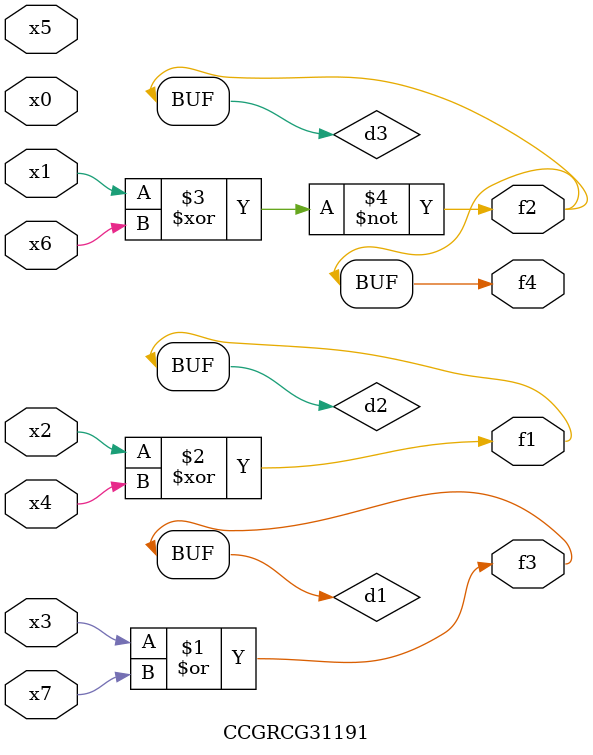
<source format=v>
module CCGRCG31191(
	input x0, x1, x2, x3, x4, x5, x6, x7,
	output f1, f2, f3, f4
);

	wire d1, d2, d3;

	or (d1, x3, x7);
	xor (d2, x2, x4);
	xnor (d3, x1, x6);
	assign f1 = d2;
	assign f2 = d3;
	assign f3 = d1;
	assign f4 = d3;
endmodule

</source>
